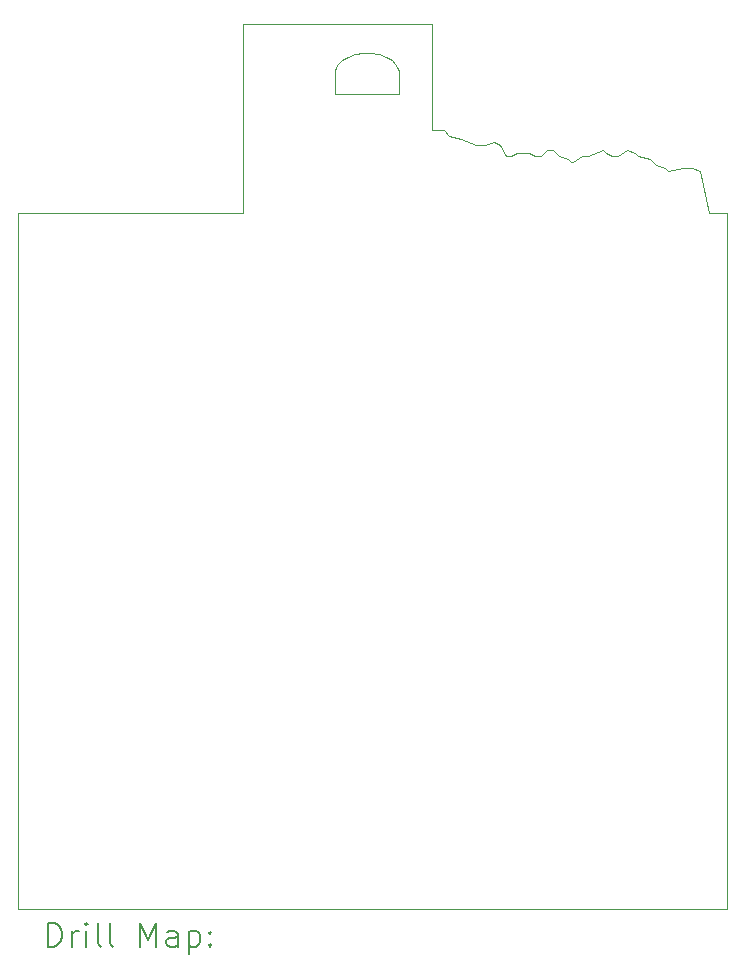
<source format=gbr>
%TF.GenerationSoftware,KiCad,Pcbnew,(6.0.11)*%
%TF.CreationDate,2023-10-05T20:20:34-05:00*%
%TF.ProjectId,BSidesDFW_2023_Badge,42536964-6573-4444-9657-5f323032335f,1*%
%TF.SameCoordinates,Original*%
%TF.FileFunction,Drillmap*%
%TF.FilePolarity,Positive*%
%FSLAX45Y45*%
G04 Gerber Fmt 4.5, Leading zero omitted, Abs format (unit mm)*
G04 Created by KiCad (PCBNEW (6.0.11)) date 2023-10-05 20:20:34*
%MOMM*%
%LPD*%
G01*
G04 APERTURE LIST*
%ADD10C,0.100000*%
%ADD11C,0.200000*%
G04 APERTURE END LIST*
D10*
X13275000Y-7625000D02*
X13325000Y-7625000D01*
X12625000Y-7625000D02*
X12675000Y-7625000D01*
X11350000Y-6760000D02*
X11290000Y-6780000D01*
X8500000Y-8100000D02*
X8500000Y-14000000D01*
X11210000Y-6840000D02*
X11190000Y-6870000D01*
X11710000Y-6870000D02*
X11690000Y-6840000D01*
X14200000Y-7725000D02*
X14275000Y-7750000D01*
X12450000Y-7525000D02*
X12525000Y-7500000D01*
X10400000Y-8100000D02*
X10400000Y-6500000D01*
X13025000Y-7575000D02*
X13075000Y-7625000D01*
X13075000Y-7625000D02*
X13150000Y-7650000D01*
X12250000Y-7475000D02*
X12375000Y-7525000D01*
X14350000Y-8100000D02*
X14500000Y-8100000D01*
X8500000Y-8100000D02*
X10400000Y-8100000D01*
X11420000Y-6750000D02*
X11350000Y-6760000D01*
X11720000Y-7100000D02*
X11720000Y-6900000D01*
X12000000Y-7400000D02*
X12100000Y-7400000D01*
X12525000Y-7500000D02*
X12575000Y-7525000D01*
X11480000Y-6750000D02*
X11450000Y-6750000D01*
X13450000Y-7575000D02*
X13475000Y-7600000D01*
X11450000Y-6750000D02*
X11420000Y-6750000D01*
X13525000Y-7625000D02*
X13575000Y-7625000D01*
X13475000Y-7600000D02*
X13525000Y-7625000D01*
X13975000Y-7725000D02*
X14000000Y-7750000D01*
X12150000Y-7450000D02*
X12250000Y-7475000D01*
X12575000Y-7525000D02*
X12625000Y-7625000D01*
X11180000Y-7100000D02*
X11720000Y-7100000D01*
X14000000Y-7750000D02*
X14125000Y-7725000D01*
X12825000Y-7600000D02*
X12875000Y-7625000D01*
X14125000Y-7725000D02*
X14200000Y-7725000D01*
X11180000Y-6900000D02*
X11180000Y-7100000D01*
X13150000Y-7650000D02*
X13175000Y-7675000D01*
X13175000Y-7675000D02*
X13200000Y-7675000D01*
X12975000Y-7575000D02*
X13025000Y-7575000D01*
X11720000Y-6900000D02*
X11710000Y-6870000D01*
X11660000Y-6810000D02*
X11610000Y-6780000D01*
X13200000Y-7675000D02*
X13275000Y-7625000D01*
X12000000Y-6500000D02*
X12000000Y-7400000D01*
X13650000Y-7575000D02*
X13725000Y-7600000D01*
X12925000Y-7625000D02*
X12975000Y-7575000D01*
X11690000Y-6840000D02*
X11660000Y-6810000D01*
X13725000Y-7600000D02*
X13750000Y-7625000D01*
X8500000Y-14000000D02*
X14500000Y-14000000D01*
X13750000Y-7625000D02*
X13850000Y-7650000D01*
X11290000Y-6780000D02*
X11240000Y-6810000D01*
X13575000Y-7625000D02*
X13650000Y-7575000D01*
X13900000Y-7700000D02*
X13975000Y-7725000D01*
X13850000Y-7650000D02*
X13900000Y-7700000D01*
X11190000Y-6870000D02*
X11180000Y-6900000D01*
X12675000Y-7625000D02*
X12725000Y-7600000D01*
X14275000Y-7750000D02*
X14350000Y-8100000D01*
X11610000Y-6780000D02*
X11550000Y-6760000D01*
X13325000Y-7625000D02*
X13450000Y-7575000D01*
X11550000Y-6760000D02*
X11480000Y-6750000D01*
X14500000Y-14000000D02*
X14500000Y-8100000D01*
X12100000Y-7400000D02*
X12150000Y-7450000D01*
X12875000Y-7625000D02*
X12925000Y-7625000D01*
X12725000Y-7600000D02*
X12825000Y-7600000D01*
X11240000Y-6810000D02*
X11210000Y-6840000D01*
X12375000Y-7525000D02*
X12450000Y-7525000D01*
X10400000Y-6500000D02*
X12000000Y-6500000D01*
D11*
X8752619Y-14315476D02*
X8752619Y-14115476D01*
X8800238Y-14115476D01*
X8828810Y-14125000D01*
X8847857Y-14144048D01*
X8857381Y-14163095D01*
X8866905Y-14201190D01*
X8866905Y-14229762D01*
X8857381Y-14267857D01*
X8847857Y-14286905D01*
X8828810Y-14305952D01*
X8800238Y-14315476D01*
X8752619Y-14315476D01*
X8952619Y-14315476D02*
X8952619Y-14182143D01*
X8952619Y-14220238D02*
X8962143Y-14201190D01*
X8971667Y-14191667D01*
X8990714Y-14182143D01*
X9009762Y-14182143D01*
X9076429Y-14315476D02*
X9076429Y-14182143D01*
X9076429Y-14115476D02*
X9066905Y-14125000D01*
X9076429Y-14134524D01*
X9085952Y-14125000D01*
X9076429Y-14115476D01*
X9076429Y-14134524D01*
X9200238Y-14315476D02*
X9181190Y-14305952D01*
X9171667Y-14286905D01*
X9171667Y-14115476D01*
X9305000Y-14315476D02*
X9285952Y-14305952D01*
X9276429Y-14286905D01*
X9276429Y-14115476D01*
X9533571Y-14315476D02*
X9533571Y-14115476D01*
X9600238Y-14258333D01*
X9666905Y-14115476D01*
X9666905Y-14315476D01*
X9847857Y-14315476D02*
X9847857Y-14210714D01*
X9838333Y-14191667D01*
X9819286Y-14182143D01*
X9781190Y-14182143D01*
X9762143Y-14191667D01*
X9847857Y-14305952D02*
X9828810Y-14315476D01*
X9781190Y-14315476D01*
X9762143Y-14305952D01*
X9752619Y-14286905D01*
X9752619Y-14267857D01*
X9762143Y-14248809D01*
X9781190Y-14239286D01*
X9828810Y-14239286D01*
X9847857Y-14229762D01*
X9943095Y-14182143D02*
X9943095Y-14382143D01*
X9943095Y-14191667D02*
X9962143Y-14182143D01*
X10000238Y-14182143D01*
X10019286Y-14191667D01*
X10028810Y-14201190D01*
X10038333Y-14220238D01*
X10038333Y-14277381D01*
X10028810Y-14296428D01*
X10019286Y-14305952D01*
X10000238Y-14315476D01*
X9962143Y-14315476D01*
X9943095Y-14305952D01*
X10124048Y-14296428D02*
X10133571Y-14305952D01*
X10124048Y-14315476D01*
X10114524Y-14305952D01*
X10124048Y-14296428D01*
X10124048Y-14315476D01*
X10124048Y-14191667D02*
X10133571Y-14201190D01*
X10124048Y-14210714D01*
X10114524Y-14201190D01*
X10124048Y-14191667D01*
X10124048Y-14210714D01*
M02*

</source>
